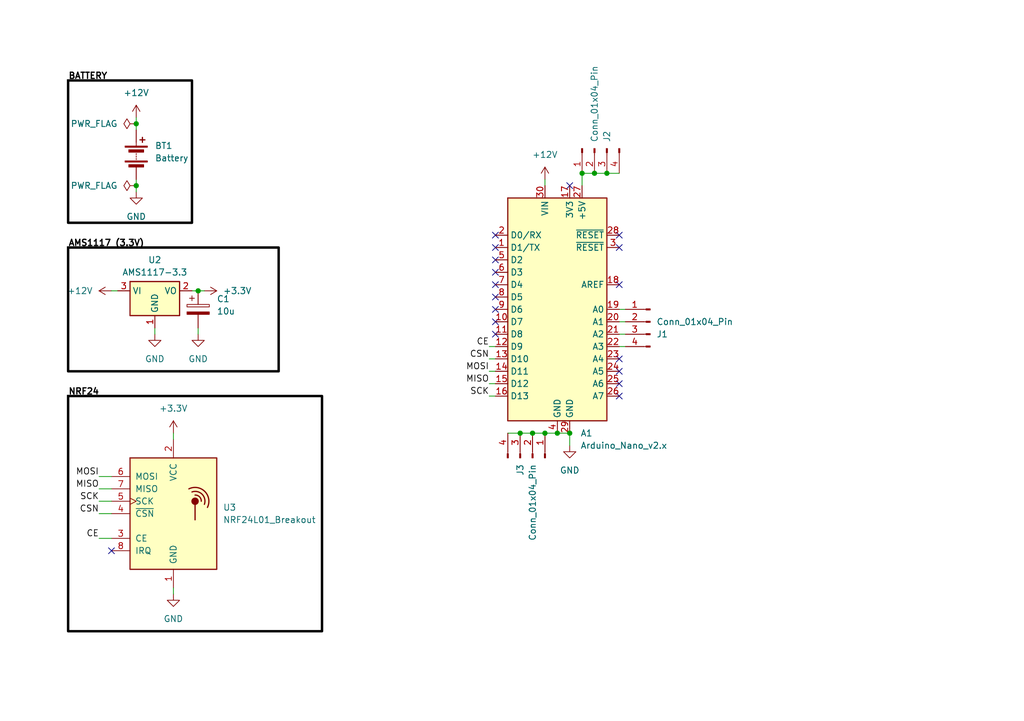
<source format=kicad_sch>
(kicad_sch (version 20230121) (generator eeschema)
  (paper "A5")
  (title_block (title "Arduino Nano Radio Transmitter") (date "2023-09-21") (rev "0") (company "N/A") (comment 1 "N/A"))
  (lib_symbols
    (symbol "Connector:Conn_01x04_Pin" (pin_names (offset 1.016) hide)
      (property "Reference" "J" (at 0 5.08 0))
      (property "Value" "Conn_01x04_Pin" (at 0 -7.62 0))
      (symbol "Conn_01x04_Pin_1_1"
        (polyline (pts (xy 1.27 -5.08) (xy 0.8636 -5.08)) (stroke (width 0.1524)))
        (polyline (pts (xy 1.27 -2.54) (xy 0.8636 -2.54)) (stroke (width 0.1524)))
        (polyline (pts (xy 1.27 0) (xy 0.8636 0)) (stroke (width 0.1524)))
        (polyline (pts (xy 1.27 2.54) (xy 0.8636 2.54)) (stroke (width 0.1524)))
        (rectangle (start 0.8636 -4.953) (end 0 -5.207) (stroke (width 0.1524)) (fill (type outline)))
        (rectangle (start 0.8636 -2.413) (end 0 -2.667) (stroke (width 0.1524)) (fill (type outline)))
        (rectangle (start 0.8636 0.127) (end 0 -0.127) (stroke (width 0.1524)) (fill (type outline)))
        (rectangle (start 0.8636 2.667) (end 0 2.413) (stroke (width 0.1524)) (fill (type outline)))
        (pin passive line (at 5.08 2.54 180) (length 3.81) (name "Pin_1") (number "1"))
        (pin passive line (at 5.08 0 180) (length 3.81) (name "Pin_2") (number "2"))
        (pin passive line (at 5.08 -2.54 180) (length 3.81) (name "Pin_3") (number "3"))
        (pin passive line (at 5.08 -5.08 180) (length 3.81) (name "Pin_4") (number "4"))
      )
    )
    (symbol "Device:Battery" (pin_numbers hide) (pin_names (offset 0) hide)
      (property "Reference" "BT" (at 2.54 2.54 0))
      (property "Value" "Battery" (at 2.54 0 0))
      (symbol "Battery_0_1"
        (rectangle (start -2.286 -1.27) (end 2.286 -1.524) (fill (type outline)))
        (rectangle (start -2.286 1.778) (end 2.286 1.524) (fill (type outline)))
        (rectangle (start -1.524 -2.032) (end 1.524 -2.54) (fill (type outline)))
        (rectangle (start -1.524 1.016) (end 1.524 0.508) (fill (type outline)))
        (polyline (pts (xy 0 -1.016) (xy 0 -0.762)))
        (polyline (pts (xy 0 -0.508) (xy 0 -0.254)))
        (polyline (pts (xy 0 0) (xy 0 0.254)))
        (polyline (pts (xy 0 1.778) (xy 0 2.54)))
        (polyline (pts (xy 0.762 3.048) (xy 1.778 3.048)) (stroke (width 0.254)))
        (polyline (pts (xy 1.27 3.556) (xy 1.27 2.54)) (stroke (width 0.254)))
      )
      (symbol "Battery_1_1"
        (pin passive line (at 0 5.08 270) (length 2.54) (name "+") (number "1"))
        (pin passive line (at 0 -5.08 90) (length 2.54) (name "-") (number "2"))
      )
    )
    (symbol "Device:C_Polarized" (pin_numbers hide) (pin_names (offset 0.254))
      (property "Reference" "C" (at 0.635 2.54 0))
      (property "Value" "C_Polarized" (at 0.635 -2.54 0))
      (symbol "C_Polarized_0_1"
        (rectangle (start -2.286 0.508) (end 2.286 1.016))
        (polyline (pts (xy -1.778 2.286) (xy -0.762 2.286)))
        (polyline (pts (xy -1.27 2.794) (xy -1.27 1.778)))
        (rectangle (start 2.286 -0.508) (end -2.286 -1.016) (fill (type outline)))
      )
      (symbol "C_Polarized_1_1"
        (pin passive line (at 0 3.81 270) (length 2.794) (name "~") (number "1"))
        (pin passive line (at 0 -3.81 90) (length 2.794) (name "~") (number "2"))
      )
    )
    (symbol "MCU_Module:Arduino_Nano_v2.x"
      (property "Reference" "A" (at -10.16 23.495 0))
      (property "Value" "Arduino_Nano_v2.x" (at 5.08 -24.13 0))
      (symbol "Arduino_Nano_v2.x_0_1"
        (rectangle (start -10.16 22.86) (end 10.16 -22.86) (stroke (width 0.254)) (fill (type background)))
      )
      (symbol "Arduino_Nano_v2.x_1_1"
        (pin bidirectional line (at -12.7 12.7 0) (length 2.54) (name "D1/TX") (number "1"))
        (pin bidirectional line (at -12.7 -2.54 0) (length 2.54) (name "D7") (number "10"))
        (pin bidirectional line (at -12.7 -5.08 0) (length 2.54) (name "D8") (number "11"))
        (pin bidirectional line (at -12.7 -7.62 0) (length 2.54) (name "D9") (number "12"))
        (pin bidirectional line (at -12.7 -10.16 0) (length 2.54) (name "D10") (number "13"))
        (pin bidirectional line (at -12.7 -12.7 0) (length 2.54) (name "D11") (number "14"))
        (pin bidirectional line (at -12.7 -15.24 0) (length 2.54) (name "D12") (number "15"))
        (pin bidirectional line (at -12.7 -17.78 0) (length 2.54) (name "D13") (number "16"))
        (pin power_out line (at 2.54 25.4 270) (length 2.54) (name "3V3") (number "17"))
        (pin input line (at 12.7 5.08 180) (length 2.54) (name "AREF") (number "18"))
        (pin bidirectional line (at 12.7 0 180) (length 2.54) (name "A0") (number "19"))
        (pin bidirectional line (at -12.7 15.24 0) (length 2.54) (name "D0/RX") (number "2"))
        (pin bidirectional line (at 12.7 -2.54 180) (length 2.54) (name "A1") (number "20"))
        (pin bidirectional line (at 12.7 -5.08 180) (length 2.54) (name "A2") (number "21"))
        (pin bidirectional line (at 12.7 -7.62 180) (length 2.54) (name "A3") (number "22"))
        (pin bidirectional line (at 12.7 -10.16 180) (length 2.54) (name "A4") (number "23"))
        (pin bidirectional line (at 12.7 -12.7 180) (length 2.54) (name "A5") (number "24"))
        (pin bidirectional line (at 12.7 -15.24 180) (length 2.54) (name "A6") (number "25"))
        (pin bidirectional line (at 12.7 -17.78 180) (length 2.54) (name "A7") (number "26"))
        (pin power_out line (at 5.08 25.4 270) (length 2.54) (name "+5V") (number "27"))
        (pin input line (at 12.7 15.24 180) (length 2.54) (name "~{RESET}") (number "28"))
        (pin power_in line (at 2.54 -25.4 90) (length 2.54) (name "GND") (number "29"))
        (pin input line (at 12.7 12.7 180) (length 2.54) (name "~{RESET}") (number "3"))
        (pin power_in line (at -2.54 25.4 270) (length 2.54) (name "VIN") (number "30"))
        (pin power_in line (at 0 -25.4 90) (length 2.54) (name "GND") (number "4"))
        (pin bidirectional line (at -12.7 10.16 0) (length 2.54) (name "D2") (number "5"))
        (pin bidirectional line (at -12.7 7.62 0) (length 2.54) (name "D3") (number "6"))
        (pin bidirectional line (at -12.7 5.08 0) (length 2.54) (name "D4") (number "7"))
        (pin bidirectional line (at -12.7 2.54 0) (length 2.54) (name "D5") (number "8"))
        (pin bidirectional line (at -12.7 0 0) (length 2.54) (name "D6") (number "9"))
      )
    )
    (symbol "RF:NRF24L01_Breakout" (pin_names (offset 1.016))
      (property "Reference" "U" (at -8.89 12.7 0))
      (property "Value" "NRF24L01_Breakout" (at 3.81 12.7 0))
      (symbol "NRF24L01_Breakout_0_1"
        (rectangle (start -8.89 11.43) (end 8.89 -11.43) (stroke (width 0.254)) (fill (type background)))
        (polyline (pts (xy 4.445 1.905) (xy 4.445 -1.27)) (stroke (width 0.254)))
        (circle (center 4.445 2.54) (radius 0.635) (stroke (width 0.254)) (fill (type outline)))
        (arc (start 5.715 2.54) (mid 5.3521 3.4546) (end 4.445 3.81) (stroke (width 0.254)))
        (arc (start 6.35 1.905) (mid 5.8763 3.9854) (end 3.81 4.445) (stroke (width 0.254)))
        (arc (start 6.985 1.27) (mid 6.453 4.548) (end 3.175 5.08) (stroke (width 0.254)))
      )
      (symbol "NRF24L01_Breakout_1_1"
        (pin power_in line (at 0 -15.24 90) (length 3.81) (name "GND") (number "1"))
        (pin power_in line (at 0 15.24 270) (length 3.81) (name "VCC") (number "2"))
        (pin input line (at -12.7 -5.08 0) (length 3.81) (name "CE") (number "3"))
        (pin input line (at -12.7 0 0) (length 3.81) (name "~{CSN}") (number "4"))
        (pin input clock (at -12.7 2.54 0) (length 3.81) (name "SCK") (number "5"))
        (pin input line (at -12.7 7.62 0) (length 3.81) (name "MOSI") (number "6"))
        (pin output line (at -12.7 5.08 0) (length 3.81) (name "MISO") (number "7"))
        (pin output line (at -12.7 -7.62 0) (length 3.81) (name "IRQ") (number "8"))
      )
    )
    (symbol "Regulator_Linear:AMS1117-3.3"
      (property "Reference" "U" (at -3.81 3.175 0))
      (property "Value" "AMS1117-3.3" (at 0 3.175 0))
      (symbol "AMS1117-3.3_0_1"
        (rectangle (start -5.08 -5.08) (end 5.08 1.905) (stroke (width 0.254)) (fill (type background)))
      )
      (symbol "AMS1117-3.3_1_1"
        (pin power_in line (at 0 -7.62 90) (length 2.54) (name "GND") (number "1"))
        (pin power_out line (at 7.62 0 180) (length 2.54) (name "VO") (number "2"))
        (pin power_in line (at -7.62 0 0) (length 2.54) (name "VI") (number "3"))
      )
    )
    (symbol "power:+12V" (power) (pin_names (offset 0))
      (property "Value" "+12V" (at 0 3.556 0))
      (symbol "+12V_0_1"
        (polyline (pts (xy -0.762 1.27) (xy 0 2.54)))
        (polyline (pts (xy 0 0) (xy 0 2.54)))
        (polyline (pts (xy 0 2.54) (xy 0.762 1.27)))
      )
      (symbol "+12V_1_1"
        (pin power_in line (at 0 0 90) (length 0) hide (name "+12V") (number "1"))
      )
    )
    (symbol "power:+3.3V" (power) (pin_names (offset 0))
      (property "Value" "+3.3V" (at 0 3.556 0))
      (symbol "+3.3V_0_1"
        (polyline (pts (xy -0.762 1.27) (xy 0 2.54)))
        (polyline (pts (xy 0 0) (xy 0 2.54)))
        (polyline (pts (xy 0 2.54) (xy 0.762 1.27)))
      )
      (symbol "+3.3V_1_1"
        (pin power_in line (at 0 0 90) (length 0) hide (name "+3.3V") (number "1"))
      )
    )
    (symbol "power:GND" (power) (pin_names (offset 0))
      (property "Value" "GND" (at 0 -3.81 0))
      (symbol "GND_0_1"
        (polyline (pts (xy 0 0) (xy 0 -1.27) (xy 1.27 -1.27) (xy 0 -2.54) (xy -1.27 -1.27) (xy 0 -1.27)))
      )
      (symbol "GND_1_1"
        (pin power_in line (at 0 0 270) (length 0) hide (name "GND") (number "1"))
      )
    )
    (symbol "power:PWR_FLAG" (power) (pin_numbers hide) (pin_names (offset 0) hide)
      (property "Value" "PWR_FLAG" (at 0 3.81 0))
      (symbol "PWR_FLAG_0_0"
        (pin power_out line (at 0 0 90) (length 0) (name "pwr") (number "1"))
      )
      (symbol "PWR_FLAG_0_1"
        (polyline (pts (xy 0 0) (xy 0 1.27) (xy -1.016 1.905) (xy 0 2.54) (xy 1.016 1.905) (xy 0 1.27)))
      )
    )
  )
  (junction (at 109.22 88.9))
  (junction (at 116.84 88.9))
  (junction (at 114.3 88.9))
  (junction (at 119.38 35.56))
  (junction (at 40.64 59.69))
  (junction (at 121.92 35.56))
  (junction (at 124.46 35.56))
  (junction (at 27.94 38.1))
  (junction (at 27.94 25.4))
  (junction (at 106.68 88.9))
  (junction (at 111.76 88.9))
  (no_connect (at 101.6 58.42))
  (no_connect (at 101.6 66.04))
  (no_connect (at 101.6 63.5))
  (no_connect (at 127 76.2))
  (no_connect (at 127 50.8))
  (no_connect (at 101.6 50.8))
  (no_connect (at 101.6 53.34))
  (no_connect (at 101.6 60.96))
  (no_connect (at 101.6 48.26))
  (no_connect (at 127 73.66))
  (no_connect (at 127 48.26))
  (no_connect (at 22.86 113.03))
  (no_connect (at 127 58.42))
  (no_connect (at 116.84 38.1))
  (no_connect (at 127 78.74))
  (no_connect (at 127 81.28))
  (no_connect (at 101.6 55.88))
  (no_connect (at 101.6 68.58))
  (wire (pts (xy 119.38 35.56) (xy 119.38 38.1)))
  (wire (pts (xy 20.32 105.41) (xy 22.86 105.41)))
  (wire (pts (xy 40.64 59.69) (xy 41.91 59.69)))
  (wire (pts (xy 116.84 88.9) (xy 116.84 91.44)))
  (wire (pts (xy 20.32 110.49) (xy 22.86 110.49)))
  (wire (pts (xy 100.33 76.2) (xy 101.6 76.2)))
  (wire (pts (xy 119.38 35.56) (xy 121.92 35.56)))
  (wire (pts (xy 20.32 97.79) (xy 22.86 97.79)))
  (wire (pts (xy 27.94 38.1) (xy 27.94 39.37)))
  (wire (pts (xy 111.76 88.9) (xy 109.22 88.9)))
  (wire (pts (xy 100.33 73.66) (xy 101.6 73.66)))
  (wire (pts (xy 111.76 88.9) (xy 114.3 88.9)))
  (wire (pts (xy 127 63.5) (xy 128.27 63.5)))
  (wire (pts (xy 127 68.58) (xy 128.27 68.58)))
  (wire (pts (xy 114.3 88.9) (xy 116.84 88.9)))
  (wire (pts (xy 27.94 25.4) (xy 27.94 26.67)))
  (wire (pts (xy 39.37 59.69) (xy 40.64 59.69)))
  (wire (pts (xy 111.76 36.83) (xy 111.76 38.1)))
  (wire (pts (xy 27.94 24.13) (xy 27.94 25.4)))
  (wire (pts (xy 127 71.12) (xy 128.27 71.12)))
  (wire (pts (xy 127 66.04) (xy 128.27 66.04)))
  (wire (pts (xy 20.32 100.33) (xy 22.86 100.33)))
  (wire (pts (xy 31.75 67.31) (xy 31.75 68.58)))
  (wire (pts (xy 106.68 88.9) (xy 104.14 88.9)))
  (wire (pts (xy 40.64 68.58) (xy 40.64 67.31)))
  (wire (pts (xy 100.33 81.28) (xy 101.6 81.28)))
  (wire (pts (xy 121.92 35.56) (xy 124.46 35.56)))
  (wire (pts (xy 100.33 71.12) (xy 101.6 71.12)))
  (wire (pts (xy 20.32 102.87) (xy 22.86 102.87)))
  (wire (pts (xy 109.22 88.9) (xy 106.68 88.9)))
  (wire (pts (xy 35.56 88.9) (xy 35.56 90.17)))
  (wire (pts (xy 124.46 35.56) (xy 127 35.56)))
  (wire (pts (xy 27.94 36.83) (xy 27.94 38.1)))
  (wire (pts (xy 35.56 120.65) (xy 35.56 121.92)))
  (wire (pts (xy 22.86 59.69) (xy 24.13 59.69)))
  (wire (pts (xy 100.33 78.74) (xy 101.6 78.74)))
  (rectangle (start 13.97 81.28) (end 66.04 129.54) (stroke (width 0.5) (color 0 0 0 1)))
  (rectangle (start 13.97 50.8) (end 57.15 76.2) (stroke (width 0.5) (color 0 0 0 1)))
  (rectangle (start 13.97 16.51) (end 39.37 45.72) (stroke (width 0.5) (color 0 0 0 1)))
  (text "BATTERY" (at 13.97 16.51 0) (effects (font (size 1.27 1.27) (thickness 0.254) bold) (justify left bottom)))
  (text "NRF24" (at 13.97 81.28 0) (effects (font (size 1.27 1.27) (thickness 0.254) bold) (justify left bottom)))
  (text "AMS1117 (3.3V)" (at 13.97 50.8 0) (effects (font (size 1.27 1.27) (thickness 0.254) bold) (justify left bottom)))
  (label "MOSI" (at 20.32 97.79 180))
  (label "SCK" (at 100.33 81.28 180))
  (label "MISO" (at 20.32 100.33 180))
  (label "CSN" (at 20.32 105.41 180))
  (label "CE" (at 100.33 71.12 180))
  (label "MOSI" (at 100.33 76.2 180))
  (label "CSN" (at 100.33 73.66 180))
  (label "CE" (at 20.32 110.49 180))
  (label "MISO" (at 100.33 78.74 180))
  (label "SCK" (at 20.32 102.87 180))
  (symbol (lib_id "power:+12V") (at 111.76 36.83 0) (unit 1)
    (property "Reference" "#PWR09" (effects hide))
    (property "Value" "+12V" (at 111.76 31.75 0))
  )
  (symbol (lib_id "Regulator_Linear:AMS1117-3.3") (at 31.75 59.69 0) (unit 1)
    (property "Reference" "U2" (at 31.75 53.34 0))
    (property "Value" "AMS1117-3.3" (at 31.75 55.88 0))
    (property "Footprint" "Connector_PinSocket_2.54mm:PinSocket_1x03_P2.54mm_Vertical" (effects hide))
    (property "Datasheet" "http://www.advanced-monolithic.com/pdf/ds1117.pdf" (effects hide))
  )
  (symbol (lib_id "power:GND") (at 27.94 39.37 0) (unit 1)
    (property "Reference" "#PWR02" (effects hide))
    (property "Value" "GND" (at 27.94 44.45 0))
  )
  (symbol (lib_id "power:GND") (at 31.75 68.58 0) (unit 1)
    (property "Reference" "#PWR03" (effects hide))
    (property "Value" "GND" (at 31.75 73.66 0))
  )
  (symbol (lib_id "Device:Battery") (at 27.94 31.75 0) (unit 1)
    (property "Reference" "BT1" (at 31.75 29.9085 0) (effects (justify left)))
    (property "Value" "Battery" (at 31.75 32.4485 0) (effects (justify left)))
    (property "Footprint" "Connector_PinHeader_2.54mm:PinHeader_1x02_P2.54mm_Vertical" (effects hide))
  )
  (symbol (lib_id "power:GND") (at 35.56 121.92 0) (unit 1)
    (property "Reference" "#PWR06" (effects hide))
    (property "Value" "GND" (at 35.56 127 0))
  )
  (symbol (lib_id "power:GND") (at 116.84 91.44 0) (unit 1)
    (property "Reference" "#PWR07" (effects hide))
    (property "Value" "GND" (at 116.84 96.52 0))
  )
  (symbol (lib_id "power:+3.3V") (at 35.56 88.9 0) (unit 1)
    (property "Reference" "#PWR05" (effects hide))
    (property "Value" "+3.3V" (at 35.56 83.82 0))
  )
  (symbol (lib_id "power:PWR_FLAG") (at 27.94 38.1 90) (unit 1)
    (property "Reference" "#FLG02" (effects hide))
    (property "Value" "PWR_FLAG" (at 24.13 38.1 90) (effects (justify left)))
  )
  (symbol (lib_id "Device:C_Polarized") (at 40.64 63.5 0) (unit 1)
    (property "Reference" "C1" (at 44.45 61.341 0) (effects (justify left)))
    (property "Value" "10u" (at 44.45 63.881 0) (effects (justify left)))
    (property "Footprint" "Capacitor_THT:CP_Radial_D4.0mm_P1.50mm" (effects hide))
  )
  (symbol (lib_id "power:+3.3V") (at 41.91 59.69 270) (unit 1)
    (property "Reference" "#PWR04" (effects hide))
    (property "Value" "+3.3V" (at 45.72 59.69 90) (effects (justify left)))
  )
  (symbol (lib_id "Connector:Conn_01x04_Pin") (at 133.35 66.04 0) (mirror y) (unit 1)
    (property "Reference" "J1" (at 134.62 68.58 0) (effects (justify right)))
    (property "Value" "Conn_01x04_Pin" (at 134.62 66.04 0) (effects (justify right)))
    (property "Footprint" "Connector_PinHeader_2.54mm:PinHeader_1x04_P2.54mm_Vertical" (effects hide))
  )
  (symbol (lib_id "Connector:Conn_01x04_Pin") (at 121.92 30.48 90) (mirror x) (unit 1)
    (property "Reference" "J2" (at 124.46 29.21 0) (effects (justify right)))
    (property "Value" "Conn_01x04_Pin" (at 121.92 29.21 0) (effects (justify right)))
    (property "Footprint" "Connector_PinHeader_2.54mm:PinHeader_1x04_P2.54mm_Vertical" (effects hide))
  )
  (symbol (lib_id "power:+12V") (at 22.86 59.69 90) (unit 1)
    (property "Reference" "#PWR08" (effects hide))
    (property "Value" "+12V" (at 19.05 59.69 90) (effects (justify left)))
  )
  (symbol (lib_id "Connector:Conn_01x04_Pin") (at 109.22 93.98 270) (mirror x) (unit 1)
    (property "Reference" "J3" (at 106.68 95.25 0) (effects (justify right)))
    (property "Value" "Conn_01x04_Pin" (at 109.22 95.25 0) (effects (justify right)))
    (property "Footprint" "Connector_PinHeader_2.54mm:PinHeader_1x04_P2.54mm_Vertical" (effects hide))
  )
  (symbol (lib_id "power:PWR_FLAG") (at 27.94 25.4 90) (unit 1)
    (property "Reference" "#FLG01" (effects hide))
    (property "Value" "PWR_FLAG" (at 24.13 25.4 90) (effects (justify left)))
  )
  (symbol (lib_id "power:+12V") (at 27.94 24.13 0) (unit 1)
    (property "Reference" "#PWR01" (effects hide))
    (property "Value" "+12V" (at 27.94 19.05 0))
  )
  (symbol (lib_id "MCU_Module:Arduino_Nano_v2.x") (at 114.3 63.5 0) (unit 1)
    (property "Reference" "A1" (at 119.0341 88.9 0) (effects (justify left)))
    (property "Value" "Arduino_Nano_v2.x" (at 119.0341 91.44 0) (effects (justify left)))
    (property "Footprint" "Module:Arduino_Nano" (effects hide))
    (property "Datasheet" "https://www.arduino.cc/en/uploads/Main/ArduinoNanoManual23.pdf" (effects hide))
  )
  (symbol (lib_id "power:GND") (at 40.64 68.58 0) (unit 1)
    (property "Reference" "#PWR010" (effects hide))
    (property "Value" "GND" (at 40.64 73.66 0))
  )
  (symbol (lib_id "RF:NRF24L01_Breakout") (at 35.56 105.41 0) (unit 1)
    (property "Reference" "U3" (at 45.72 104.14 0) (effects (justify left)))
    (property "Value" "NRF24L01_Breakout" (at 45.72 106.68 0) (effects (justify left)))
    (property "Footprint" "RF_Module:nRF24L01_Breakout" (effects hide))
    (property "Datasheet" "http://www.nordicsemi.com/eng/content/download/2730/34105/file/nRF24L01_Product_Specification_v2_0.pdf" (effects hide))
  )
)
</source>
